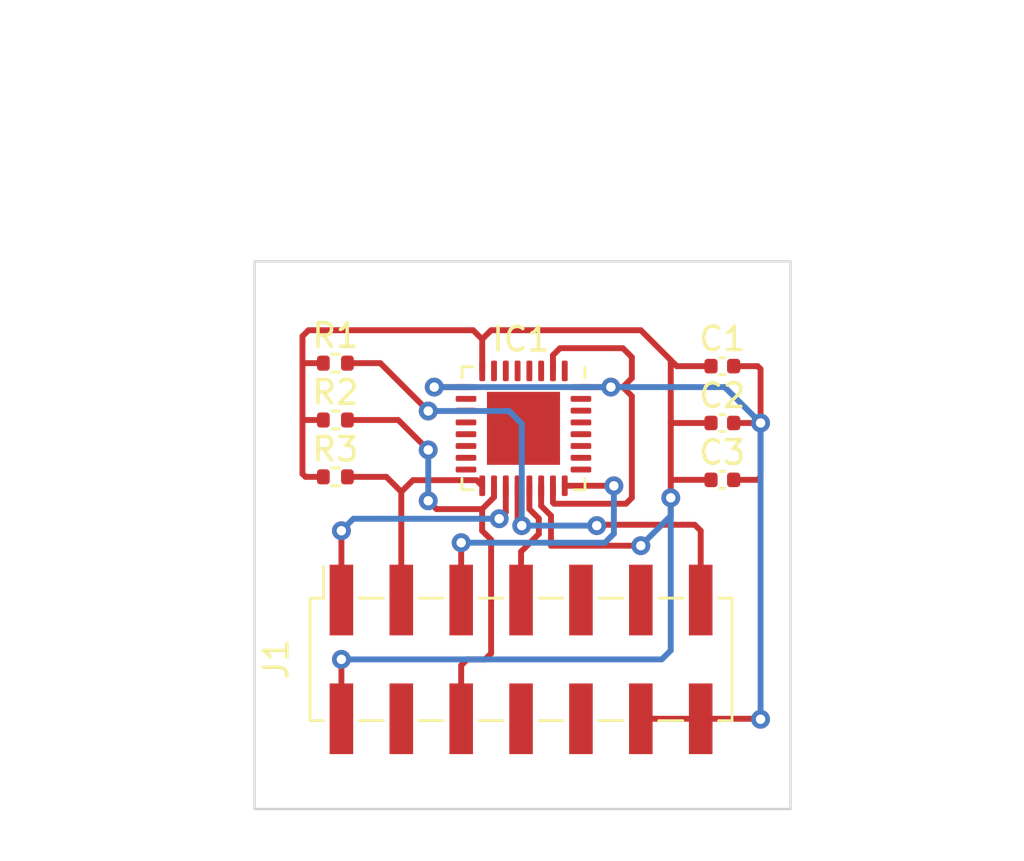
<source format=kicad_pcb>
(kicad_pcb (version 20221018) (generator pcbnew)
  (layers (0 "F.Cu" signal) (31 "B.Cu" signal) (34 "B.Paste" user) (35 "F.Paste" user) (36 "B.SilkS" user "B.Silkscreen") (37 "F.SilkS" user "F.Silkscreen") (38 "B.Mask" user) (39 "F.Mask" user) (44 "Edge.Cuts" user))
  (net 0 "")
  (net 1 "VDD")
  (net 2 "GND")
  (net 3 "RESET")
  (net 4 "IRQ")
  (net 5 "SPI_CLK")
  (net 6 "SPI_CS")
  (net 7 "SPI_MOSI")
  (net 8 "SPI_MISO")
  (footprint "Capacitor_SMD:C_0402_1005Metric" (layer "F.Cu") (at 155.9945 91.454)
    (fp_text reference "C2" (at 0 -1.16) (layer "F.SilkS"))
    (fp_text value "100n")
    (fp_line (start -0.107836 -0.36) (end 0.107836 -0.36) (stroke (width 0.12)) (layer "F.SilkS"))
    (fp_line (start -0.107836 0.36) (end 0.107836 0.36) (stroke (width 0.12)) (layer "F.SilkS"))
    (pad "1" smd roundrect (at -0.48 0) (size 0.56 0.62) (layers "F.Cu" "F.Paste" "F.Mask") (net 1 "VDD"))
    (pad "2" smd roundrect (at 0.48 0) (size 0.56 0.62) (layers "F.Cu" "F.Paste" "F.Mask") (net 2 "GND"))
  )
  (footprint "Resistor_SMD:R_0402_1005Metric" (layer "F.Cu") (at 139.5815 91.327)
    (fp_text reference "R2" (at 0 -1.17) (layer "F.SilkS"))
    (fp_text value "10k")
    (fp_line (start -0.153641 -0.38) (end 0.153641 -0.38) (stroke (width 0.12)) (layer "F.SilkS"))
    (fp_line (start -0.153641 0.38) (end 0.153641 0.38) (stroke (width 0.12)) (layer "F.SilkS"))
    (pad "1" smd roundrect (at -0.51 0) (size 0.54 0.64) (layers "F.Cu" "F.Paste" "F.Mask") (net 1 "VDD"))
    (pad "2" smd roundrect (at 0.51 0) (size 0.54 0.64) (layers "F.Cu" "F.Paste" "F.Mask") (net 4 "IRQ"))
  )
  (footprint "Connector_PinSocket_2.54mm:PinSocket_2x07_P2.54mm_Vertical_SMD" (layer "F.Cu") (at 147.4575 101.487 90)
    (fp_text reference "J1" (at 0 -10.39 90) (layer "F.SilkS"))
    (fp_text value "Conn_02x07_Odd_Even")
    (fp_line (start -2.6 -8.95) (end -2.6 -8.38) (stroke (width 0.12)) (layer "F.SilkS"))
    (fp_line (start -2.6 -8.95) (end 2.6 -8.95) (stroke (width 0.12)) (layer "F.SilkS"))
    (fp_line (start -2.6 -6.86) (end -2.6 -5.84) (stroke (width 0.12)) (layer "F.SilkS"))
    (fp_line (start -2.6 -4.32) (end -2.6 -3.3) (stroke (width 0.12)) (layer "F.SilkS"))
    (fp_line (start -2.6 -1.78) (end -2.6 -0.76) (stroke (width 0.12)) (layer "F.SilkS"))
    (fp_line (start -2.6 0.76) (end -2.6 1.78) (stroke (width 0.12)) (layer "F.SilkS"))
    (fp_line (start -2.6 3.3) (end -2.6 4.32) (stroke (width 0.12)) (layer "F.SilkS"))
    (fp_line (start -2.6 5.84) (end -2.6 6.86) (stroke (width 0.12)) (layer "F.SilkS"))
    (fp_line (start -2.6 8.38) (end -2.6 8.95) (stroke (width 0.12)) (layer "F.SilkS"))
    (fp_line (start -2.6 8.95) (end 2.6 8.95) (stroke (width 0.12)) (layer "F.SilkS"))
    (fp_line (start 2.6 -8.95) (end 2.6 -8.38) (stroke (width 0.12)) (layer "F.SilkS"))
    (fp_line (start 2.6 -8.38) (end 3.96 -8.38) (stroke (width 0.12)) (layer "F.SilkS"))
    (fp_line (start 2.6 -6.86) (end 2.6 -5.84) (stroke (width 0.12)) (layer "F.SilkS"))
    (fp_line (start 2.6 -4.32) (end 2.6 -3.3) (stroke (width 0.12)) (layer "F.SilkS"))
    (fp_line (start 2.6 -1.78) (end 2.6 -0.76) (stroke (width 0.12)) (layer "F.SilkS"))
    (fp_line (start 2.6 0.76) (end 2.6 1.78) (stroke (width 0.12)) (layer "F.SilkS"))
    (fp_line (start 2.6 3.3) (end 2.6 4.32) (stroke (width 0.12)) (layer "F.SilkS"))
    (fp_line (start 2.6 5.84) (end 2.6 6.86) (stroke (width 0.12)) (layer "F.SilkS"))
    (fp_line (start 2.6 8.38) (end 2.6 8.95) (stroke (width 0.12)) (layer "F.SilkS"))
    (pad "1" smd rect (at 2.52 -7.62 90) (size 3 1) (layers "F.Cu" "F.Paste" "F.Mask") (net 5 "SPI_CLK"))
    (pad "2" smd rect (at -2.52 -7.62 90) (size 3 1) (layers "F.Cu" "F.Paste" "F.Mask") (net 1 "VDD"))
    (pad "3" smd rect (at 2.52 -5.08 90) (size 3 1) (layers "F.Cu" "F.Paste" "F.Mask") (net 3 "RESET"))
    (pad "4" smd rect (at -2.52 -5.08 90) (size 3 1) (layers "F.Cu" "F.Paste" "F.Mask"))
    (pad "5" smd rect (at 2.52 -2.54 90) (size 3 1) (layers "F.Cu" "F.Paste" "F.Mask") (net 8 "SPI_MISO"))
    (pad "6" smd rect (at -2.52 -2.54 90) (size 3 1) (layers "F.Cu" "F.Paste" "F.Mask") (net 4 "IRQ"))
    (pad "7" smd rect (at 2.52 0 90) (size 3 1) (layers "F.Cu" "F.Paste" "F.Mask") (net 7 "SPI_MOSI"))
    (pad "8" smd rect (at -2.52 0 90) (size 3 1) (layers "F.Cu" "F.Paste" "F.Mask"))
    (pad "9" smd rect (at 2.52 2.54 90) (size 3 1) (layers "F.Cu" "F.Paste" "F.Mask"))
    (pad "10" smd rect (at -2.52 2.54 90) (size 3 1) (layers "F.Cu" "F.Paste" "F.Mask"))
    (pad "11" smd rect (at 2.52 5.08 90) (size 3 1) (layers "F.Cu" "F.Paste" "F.Mask"))
    (pad "12" smd rect (at -2.52 5.08 90) (size 3 1) (layers "F.Cu" "F.Paste" "F.Mask") (net 2 "GND"))
    (pad "13" smd rect (at 2.52 7.62 90) (size 3 1) (layers "F.Cu" "F.Paste" "F.Mask") (net 6 "SPI_CS"))
    (pad "14" smd rect (at -2.52 7.62 90) (size 3 1) (layers "F.Cu" "F.Paste" "F.Mask") (net 2 "GND"))
  )
  (footprint "Capacitor_SMD:C_0402_1005Metric" (layer "F.Cu") (at 155.9945 93.867)
    (fp_text reference "C3" (at 0 -1.16) (layer "F.SilkS"))
    (fp_text value "100n")
    (fp_line (start -0.107836 -0.36) (end 0.107836 -0.36) (stroke (width 0.12)) (layer "F.SilkS"))
    (fp_line (start -0.107836 0.36) (end 0.107836 0.36) (stroke (width 0.12)) (layer "F.SilkS"))
    (pad "1" smd roundrect (at -0.48 0) (size 0.56 0.62) (layers "F.Cu" "F.Paste" "F.Mask") (net 1 "VDD"))
    (pad "2" smd roundrect (at 0.48 0) (size 0.56 0.62) (layers "F.Cu" "F.Paste" "F.Mask") (net 2 "GND"))
  )
  (footprint "Capacitor_SMD:C_0402_1005Metric" (layer "F.Cu") (at 155.9945 89.041)
    (fp_text reference "C1" (at 0 -1.16) (layer "F.SilkS"))
    (fp_text value "1u")
    (fp_line (start -0.107836 -0.36) (end 0.107836 -0.36) (stroke (width 0.12)) (layer "F.SilkS"))
    (fp_line (start -0.107836 0.36) (end 0.107836 0.36) (stroke (width 0.12)) (layer "F.SilkS"))
    (pad "1" smd roundrect (at -0.48 0) (size 0.56 0.62) (layers "F.Cu" "F.Paste" "F.Mask") (net 1 "VDD"))
    (pad "2" smd roundrect (at 0.48 0) (size 0.56 0.62) (layers "F.Cu" "F.Paste" "F.Mask") (net 2 "GND"))
  )
  (footprint "Resistor_SMD:R_0402_1005Metric" (layer "F.Cu") (at 139.5815 93.74)
    (fp_text reference "R3" (at 0 -1.17) (layer "F.SilkS"))
    (fp_text value "10k")
    (fp_line (start -0.153641 -0.38) (end 0.153641 -0.38) (stroke (width 0.12)) (layer "F.SilkS"))
    (fp_line (start -0.153641 0.38) (end 0.153641 0.38) (stroke (width 0.12)) (layer "F.SilkS"))
    (pad "1" smd roundrect (at -0.51 0) (size 0.54 0.64) (layers "F.Cu" "F.Paste" "F.Mask") (net 1 "VDD"))
    (pad "2" smd roundrect (at 0.51 0) (size 0.54 0.64) (layers "F.Cu" "F.Paste" "F.Mask") (net 3 "RESET"))
  )
  (footprint "Package_DFN_QFN:QFN-32-1EP_5x5mm_P0.5mm_EP3.1x3.1mm" (layer "F.Cu") (at 147.56 91.68 -90)
    (fp_text reference "IC1" (at -3.782 0.1025 -180) (layer "F.SilkS"))
    (fp_text value "Infineon-SLB9670")
    (fp_line (start -2.61 2.61) (end -2.61 2.135) (stroke (width 0.12)) (layer "F.SilkS"))
    (fp_line (start -2.135 -2.61) (end -2.61 -2.61) (stroke (width 0.12)) (layer "F.SilkS"))
    (fp_line (start -2.135 2.61) (end -2.61 2.61) (stroke (width 0.12)) (layer "F.SilkS"))
    (fp_line (start 2.135 -2.61) (end 2.61 -2.61) (stroke (width 0.12)) (layer "F.SilkS"))
    (fp_line (start 2.135 2.61) (end 2.61 2.61) (stroke (width 0.12)) (layer "F.SilkS"))
    (fp_line (start 2.61 -2.61) (end 2.61 -2.135) (stroke (width 0.12)) (layer "F.SilkS"))
    (fp_line (start 2.61 2.61) (end 2.61 2.135) (stroke (width 0.12)) (layer "F.SilkS"))
    (pad "1" smd roundrect (at -2.4375 -1.75 270) (size 0.875 0.25) (layers "F.Cu" "F.Paste" "F.Mask"))
    (pad "2" smd roundrect (at -2.4375 -1.25 270) (size 0.875 0.25) (layers "F.Cu" "F.Paste" "F.Mask") (net 2 "GND"))
    (pad "3" smd roundrect (at -2.4375 -0.75 270) (size 0.875 0.25) (layers "F.Cu" "F.Paste" "F.Mask"))
    (pad "4" smd roundrect (at -2.4375 -0.25 270) (size 0.875 0.25) (layers "F.Cu" "F.Paste" "F.Mask"))
    (pad "5" smd roundrect (at -2.4375 0.25 270) (size 0.875 0.25) (layers "F.Cu" "F.Paste" "F.Mask"))
    (pad "6" smd roundrect (at -2.4375 0.75 270) (size 0.875 0.25) (layers "F.Cu" "F.Paste" "F.Mask"))
    (pad "7" smd roundrect (at -2.4375 1.25 270) (size 0.875 0.25) (layers "F.Cu" "F.Paste" "F.Mask"))
    (pad "8" smd roundrect (at -2.4375 1.75 270) (size 0.875 0.25) (layers "F.Cu" "F.Paste" "F.Mask") (net 1 "VDD"))
    (pad "9" smd roundrect (at -1.75 2.4375 270) (size 0.25 0.875) (layers "F.Cu" "F.Paste" "F.Mask") (net 2 "GND"))
    (pad "10" smd roundrect (at -1.25 2.4375 270) (size 0.25 0.875) (layers "F.Cu" "F.Paste" "F.Mask"))
    (pad "11" smd roundrect (at -0.75 2.4375 270) (size 0.25 0.875) (layers "F.Cu" "F.Paste" "F.Mask"))
    (pad "12" smd roundrect (at -0.25 2.4375 270) (size 0.25 0.875) (layers "F.Cu" "F.Paste" "F.Mask"))
    (pad "13" smd roundrect (at 0.25 2.4375 270) (size 0.25 0.875) (layers "F.Cu" "F.Paste" "F.Mask"))
    (pad "14" smd roundrect (at 0.75 2.4375 270) (size 0.25 0.875) (layers "F.Cu" "F.Paste" "F.Mask"))
    (pad "15" smd roundrect (at 1.25 2.4375 270) (size 0.25 0.875) (layers "F.Cu" "F.Paste" "F.Mask"))
    (pad "16" smd roundrect (at 1.75 2.4375 270) (size 0.25 0.875) (layers "F.Cu" "F.Paste" "F.Mask"))
    (pad "17" smd roundrect (at 2.4375 1.75 270) (size 0.875 0.25) (layers "F.Cu" "F.Paste" "F.Mask") (net 3 "RESET"))
    (pad "18" smd roundrect (at 2.4375 1.25 270) (size 0.875 0.25) (layers "F.Cu" "F.Paste" "F.Mask") (net 4 "IRQ"))
    (pad "19" smd roundrect (at 2.4375 0.75 270) (size 0.875 0.25) (layers "F.Cu" "F.Paste" "F.Mask") (net 5 "SPI_CLK"))
    (pad "20" smd roundrect (at 2.4375 0.25 270) (size 0.875 0.25) (layers "F.Cu" "F.Paste" "F.Mask") (net 6 "SPI_CS"))
    (pad "21" smd roundrect (at 2.4375 -0.25 270) (size 0.875 0.25) (layers "F.Cu" "F.Paste" "F.Mask") (net 7 "SPI_MOSI"))
    (pad "22" smd roundrect (at 2.4375 -0.75 270) (size 0.875 0.25) (layers "F.Cu" "F.Paste" "F.Mask") (net 1 "VDD"))
    (pad "23" smd roundrect (at 2.4375 -1.25 270) (size 0.875 0.25) (layers "F.Cu" "F.Paste" "F.Mask") (net 2 "GND"))
    (pad "24" smd roundrect (at 2.4375 -1.75 270) (size 0.875 0.25) (layers "F.Cu" "F.Paste" "F.Mask") (net 8 "SPI_MISO"))
    (pad "25" smd roundrect (at 1.75 -2.4375 270) (size 0.25 0.875) (layers "F.Cu" "F.Paste" "F.Mask"))
    (pad "26" smd roundrect (at 1.25 -2.4375 270) (size 0.25 0.875) (layers "F.Cu" "F.Paste" "F.Mask"))
    (pad "27" smd roundrect (at 0.75 -2.4375 270) (size 0.25 0.875) (layers "F.Cu" "F.Paste" "F.Mask"))
    (pad "28" smd roundrect (at 0.25 -2.4375 270) (size 0.25 0.875) (layers "F.Cu" "F.Paste" "F.Mask"))
    (pad "29" smd roundrect (at -0.25 -2.4375 270) (size 0.25 0.875) (layers "F.Cu" "F.Paste" "F.Mask"))
    (pad "30" smd roundrect (at -0.75 -2.4375 270) (size 0.25 0.875) (layers "F.Cu" "F.Paste" "F.Mask"))
    (pad "31" smd roundrect (at -1.25 -2.4375 270) (size 0.25 0.875) (layers "F.Cu" "F.Paste" "F.Mask"))
    (pad "32" smd roundrect (at -1.75 -2.4375 270) (size 0.25 0.875) (layers "F.Cu" "F.Paste" "F.Mask") (net 2 "GND"))
    (pad "33" smd rect (at 0 0 270) (size 3.1 3.1) (layers "F.Cu" "F.Mask"))
  )
  (footprint "Resistor_SMD:R_0402_1005Metric" (layer "F.Cu") (at 139.5815 88.914)
    (fp_text reference "R1" (at 0 -1.17) (layer "F.SilkS"))
    (fp_text value "10k")
    (fp_line (start -0.153641 -0.38) (end 0.153641 -0.38) (stroke (width 0.12)) (layer "F.SilkS"))
    (fp_line (start -0.153641 0.38) (end 0.153641 0.38) (stroke (width 0.12)) (layer "F.SilkS"))
    (pad "1" smd roundrect (at -0.51 0) (size 0.54 0.64) (layers "F.Cu" "F.Paste" "F.Mask") (net 1 "VDD"))
    (pad "2" smd roundrect (at 0.51 0) (size 0.54 0.64) (layers "F.Cu" "F.Paste" "F.Mask") (net 6 "SPI_CS"))
  )
  (gr_rect (start 136.1545 84.596) (end 158.8875 107.837) (stroke (width 0.1)) (fill none) (layer "Edge.Cuts"))
  (segment (start 138.3135 93.74) (end 139.0715 93.74) (width 0.25) (layer "F.Cu") (net 1))
  (segment (start 148.31 94.1175) (end 148.31 94.60474) (width 0.25) (layer "F.Cu") (net 1))
  (segment (start 152.5375 87.517) (end 146.1875 87.517) (width 0.25) (layer "F.Cu") (net 1))
  (segment (start 154.0615 89.041) (end 155.5145 89.041) (width 0.25) (layer "F.Cu") (net 1))
  (segment (start 148.31 94.1175) (end 148.31 94.969791) (width 0.25) (layer "F.Cu") (net 1))
  (segment (start 153.8075 91.454) (end 153.8075 88.787) (width 0.25) (layer "F.Cu") (net 1))
  (segment (start 153.8075 88.787) (end 154.0615 89.041) (width 0.25) (layer "F.Cu") (net 1))
  (segment (start 155.5145 91.454) (end 153.8075 91.454) (width 0.25) (layer "F.Cu") (net 1))
  (segment (start 148.7275 96.661) (end 152.5375 96.661) (width 0.25) (layer "F.Cu") (net 1))
  (segment (start 153.8075 94.629) (end 153.8075 93.867) (width 0.25) (layer "F.Cu") (net 1))
  (segment (start 155.5145 93.867) (end 153.8075 93.867) (width 0.25) (layer "F.Cu") (net 1))
  (segment (start 139.0715 91.327) (end 138.1865 91.327) (width 0.25) (layer "F.Cu") (net 1))
  (segment (start 145.4255 87.517) (end 138.4405 87.517) (width 0.25) (layer "F.Cu") (net 1))
  (segment (start 138.1865 93.613) (end 138.3135 93.74) (width 0.25) (layer "F.Cu") (net 1))
  (segment (start 153.8075 93.867) (end 153.8075 91.454) (width 0.25) (layer "F.Cu") (net 1))
  (segment (start 139.0715 88.914) (end 138.1865 88.914) (width 0.25) (layer "F.Cu") (net 1))
  (segment (start 145.8065 87.898) (end 145.4255 87.517) (width 0.25) (layer "F.Cu") (net 1))
  (segment (start 145.81 87.9015) (end 145.81 89.2425) (width 0.25) (layer "F.Cu") (net 1))
  (segment (start 148.7275 95.387291) (end 148.7275 96.661) (width 0.25) (layer "F.Cu") (net 1))
  (segment (start 138.1865 88.914) (end 138.1865 91.327) (width 0.25) (layer "F.Cu") (net 1))
  (segment (start 153.8075 88.787) (end 152.5375 87.517) (width 0.25) (layer "F.Cu") (net 1))
  (segment (start 145.8065 87.898) (end 145.81 87.9015) (width 0.25) (layer "F.Cu") (net 1))
  (segment (start 138.1865 91.327) (end 138.1865 93.613) (width 0.25) (layer "F.Cu") (net 1))
  (segment (start 139.8375 101.487) (end 139.8375 104.007) (width 0.25) (layer "F.Cu") (net 1))
  (segment (start 146.1875 87.517) (end 145.8065 87.898) (width 0.25) (layer "F.Cu") (net 1))
  (segment (start 138.4405 87.517) (end 138.1865 87.771) (width 0.25) (layer "F.Cu") (net 1))
  (segment (start 148.31 94.969791) (end 148.7275 95.387291) (width 0.25) (layer "F.Cu") (net 1))
  (segment (start 138.1865 87.771) (end 138.1865 88.914) (width 0.25) (layer "F.Cu") (net 1))
  (via (at 153.8075 94.629) (size 0.8) (drill 0.4) (layers "F.Cu" "B.Cu") (net 1))
  (via (at 139.8375 101.487) (size 0.8) (drill 0.4) (layers "F.Cu" "B.Cu") (net 1))
  (via (at 152.5375 96.661) (size 0.8) (drill 0.4) (layers "F.Cu" "B.Cu") (net 1))
  (segment (start 139.8375 101.487) (end 153.4265 101.487) (width 0.25) (layer "B.Cu") (net 1))
  (segment (start 153.8075 101.106) (end 153.8075 94.629) (width 0.25) (layer "B.Cu") (net 1))
  (segment (start 153.4265 101.487) (end 153.8075 101.106) (width 0.25) (layer "B.Cu") (net 1))
  (segment (start 153.8075 95.391) (end 153.8075 94.629) (width 0.25) (layer "B.Cu") (net 1))
  (segment (start 152.5375 96.661) (end 153.8075 95.391) (width 0.25) (layer "B.Cu") (net 1))
  (segment (start 157.4905 93.867) (end 156.4745 93.867) (width 0.25) (layer "F.Cu") (net 2))
  (segment (start 148.81 88.5775) (end 148.81 89.2425) (width 0.25) (layer "F.Cu") (net 2))
  (segment (start 152.5375 104.007) (end 155.0775 104.007) (width 0.25) (layer "F.Cu") (net 2))
  (segment (start 157.6175 89.168) (end 157.4905 89.041) (width 0.25) (layer "F.Cu") (net 2))
  (segment (start 152.1565 94.629) (end 152.1565 90.311) (width 0.25) (layer "F.Cu") (net 2))
  (segment (start 148.856605 94.88) (end 151.9055 94.88) (width 0.25) (layer "F.Cu") (net 2))
  (segment (start 151.9055 94.88) (end 152.1565 94.629) (width 0.25) (layer "F.Cu") (net 2))
  (segment (start 151.7755 89.93) (end 152.1565 89.549) (width 0.25) (layer "F.Cu") (net 2))
  (segment (start 143.7745 89.93) (end 145.1225 89.93) (width 0.25) (layer "F.Cu") (net 2))
  (segment (start 148.81 94.833395) (end 148.856605 94.88) (width 0.25) (layer "F.Cu") (net 2))
  (segment (start 157.6175 91.454) (end 156.4745 91.454) (width 0.25) (layer "F.Cu") (net 2))
  (segment (start 149.1085 88.279) (end 148.81 88.5775) (width 0.25) (layer "F.Cu") (net 2))
  (segment (start 151.7755 88.279) (end 149.1085 88.279) (width 0.25) (layer "F.Cu") (net 2))
  (segment (start 157.4905 89.041) (end 156.4745 89.041) (width 0.25) (layer "F.Cu") (net 2))
  (segment (start 157.6175 91.454) (end 157.6175 89.168) (width 0.25) (layer "F.Cu") (net 2))
  (segment (start 152.1565 89.549) (end 152.1565 88.66) (width 0.25) (layer "F.Cu") (net 2))
  (segment (start 152.1565 88.66) (end 151.7755 88.279) (width 0.25) (layer "F.Cu") (net 2))
  (segment (start 157.6175 104.027) (end 157.5975 104.007) (width 0.25) (layer "F.Cu") (net 2))
  (segment (start 152.1565 90.311) (end 151.7755 89.93) (width 0.25) (layer "F.Cu") (net 2))
  (segment (start 148.81 94.1175) (end 148.81 94.833395) (width 0.25) (layer "F.Cu") (net 2))
  (segment (start 149.9975 89.93) (end 151.2675 89.93) (width 0.25) (layer "F.Cu") (net 2))
  (segment (start 157.6175 91.454) (end 157.6175 93.74) (width 0.25) (layer "F.Cu") (net 2))
  (segment (start 157.5975 104.007) (end 155.0775 104.007) (width 0.25) (layer "F.Cu") (net 2))
  (segment (start 157.6175 93.74) (end 157.4905 93.867) (width 0.25) (layer "F.Cu") (net 2))
  (segment (start 151.2675 89.93) (end 151.7755 89.93) (width 0.25) (layer "F.Cu") (net 2))
  (via (at 151.2675 89.93) (size 0.8) (drill 0.4) (layers "F.Cu" "B.Cu") (net 2))
  (via (at 157.6175 91.454) (size 0.8) (drill 0.4) (layers "F.Cu" "B.Cu") (net 2))
  (via (at 143.7745 89.93) (size 0.8) (drill 0.4) (layers "F.Cu" "B.Cu") (net 2))
  (via (at 157.6175 104.027) (size 0.8) (drill 0.4) (layers "F.Cu" "B.Cu") (net 2))
  (segment (start 143.7745 89.93) (end 151.2675 89.93) (width 0.25) (layer "B.Cu") (net 2))
  (segment (start 156.0935 89.93) (end 151.2675 89.93) (width 0.25) (layer "B.Cu") (net 2))
  (segment (start 157.6175 91.454) (end 156.0935 89.93) (width 0.25) (layer "B.Cu") (net 2))
  (segment (start 157.6175 104.027) (end 157.6175 91.454) (width 0.25) (layer "B.Cu") (net 2))
  (segment (start 142.8725 93.88) (end 142.3775 94.375) (width 0.25) (layer "F.Cu") (net 3))
  (segment (start 140.0915 93.74) (end 141.7425 93.74) (width 0.25) (layer "F.Cu") (net 3))
  (segment (start 145.81 94.1175) (end 145.5725 93.88) (width 0.25) (layer "F.Cu") (net 3))
  (segment (start 145.5725 93.88) (end 142.8725 93.88) (width 0.25) (layer "F.Cu") (net 3))
  (segment (start 142.3775 98.967) (end 142.3775 94.375) (width 0.25) (layer "F.Cu") (net 3))
  (segment (start 141.7425 93.74) (end 142.3775 94.375) (width 0.25) (layer "F.Cu") (net 3))
  (segment (start 146.31 94.1175) (end 146.31 94.60474) (width 0.25) (layer "F.Cu") (net 4))
  (segment (start 146.1875 96.407) (end 146.1875 101.233) (width 0.25) (layer "F.Cu") (net 4))
  (segment (start 145.8065 95.10824) (end 145.8065 96.026) (width 0.25) (layer "F.Cu") (net 4))
  (segment (start 145.8065 96.026) (end 146.1875 96.407) (width 0.25) (layer "F.Cu") (net 4))
  (segment (start 145.8065 95.10824) (end 143.87274 95.10824) (width 0.25) (layer "F.Cu") (net 4))
  (segment (start 143.5205 92.597) (end 142.2505 91.327) (width 0.25) (layer "F.Cu") (net 4))
  (segment (start 145.9335 101.487) (end 145.1715 101.487) (width 0.25) (layer "F.Cu") (net 4))
  (segment (start 146.1875 101.233) (end 145.9335 101.487) (width 0.25) (layer "F.Cu") (net 4))
  (segment (start 145.1715 101.487) (end 144.9175 101.741) (width 0.25) (layer "F.Cu") (net 4))
  (segment (start 142.2505 91.327) (end 140.0915 91.327) (width 0.25) (layer "F.Cu") (net 4))
  (segment (start 143.87274 95.10824) (end 143.5205 94.756) (width 0.25) (layer "F.Cu") (net 4))
  (segment (start 144.9175 101.741) (end 144.9175 104.007) (width 0.25) (layer "F.Cu") (net 4))
  (segment (start 146.31 94.60474) (end 145.8065 95.10824) (width 0.25) (layer "F.Cu") (net 4))
  (via (at 143.5205 94.756) (size 0.8) (drill 0.4) (layers "F.Cu" "B.Cu") (net 4))
  (via (at 143.5205 92.597) (size 0.8) (drill 0.4) (layers "F.Cu" "B.Cu") (net 4))
  (segment (start 143.5205 94.756) (end 143.5205 92.597) (width 0.25) (layer "B.Cu") (net 4))
  (segment (start 146.81 94.1175) (end 146.81 95.2395) (width 0.25) (layer "F.Cu") (net 5))
  (segment (start 139.8375 96.026) (end 139.8375 98.967) (width 0.25) (layer "F.Cu") (net 5))
  (segment (start 146.81 95.2395) (end 146.5315 95.518) (width 0.25) (layer "F.Cu") (net 5))
  (via (at 146.5315 95.518) (size 0.8) (drill 0.4) (layers "F.Cu" "B.Cu") (net 5))
  (via (at 139.8375 96.026) (size 0.8) (drill 0.4) (layers "F.Cu" "B.Cu") (net 5))
  (segment (start 140.3455 95.518) (end 139.8375 96.026) (width 0.25) (layer "B.Cu") (net 5))
  (segment (start 141.3615 95.518) (end 140.3455 95.518) (width 0.25) (layer "B.Cu") (net 5))
  (segment (start 146.5315 95.518) (end 141.3615 95.518) (width 0.25) (layer "B.Cu") (net 5))
  (segment (start 140.0915 88.914) (end 141.4885 88.914) (width 0.25) (layer "F.Cu") (net 6))
  (segment (start 147.31 94.1175) (end 147.31 95.631492) (width 0.25) (layer "F.Cu") (net 6))
  (segment (start 150.7065 95.772) (end 154.8235 95.772) (width 0.25) (layer "F.Cu") (net 6))
  (segment (start 147.31 95.631492) (end 147.487508 95.809) (width 0.25) (layer "F.Cu") (net 6))
  (segment (start 154.8235 95.772) (end 155.0775 96.026) (width 0.25) (layer "F.Cu") (net 6))
  (segment (start 155.0775 96.026) (end 155.0775 98.967) (width 0.25) (layer "F.Cu") (net 6))
  (segment (start 150.6695 95.809) (end 150.7065 95.772) (width 0.25) (layer "F.Cu") (net 6))
  (segment (start 141.4885 88.914) (end 143.5205 90.946) (width 0.25) (layer "F.Cu") (net 6))
  (via (at 147.487508 95.809) (size 0.8) (drill 0.4) (layers "F.Cu" "B.Cu") (net 6))
  (via (at 143.5205 90.946) (size 0.8) (drill 0.4) (layers "F.Cu" "B.Cu") (net 6))
  (via (at 150.6695 95.809) (size 0.8) (drill 0.4) (layers "F.Cu" "B.Cu") (net 6))
  (segment (start 146.9495 90.946) (end 143.5205 90.946) (width 0.25) (layer "B.Cu") (net 6))
  (segment (start 147.487508 91.484008) (end 146.9495 90.946) (width 0.25) (layer "B.Cu") (net 6))
  (segment (start 147.487508 95.809) (end 147.487508 91.484008) (width 0.25) (layer "B.Cu") (net 6))
  (segment (start 147.487508 95.809) (end 150.6695 95.809) (width 0.25) (layer "B.Cu") (net 6))
  (segment (start 147.81 95.106187) (end 148.212508 95.508695) (width 0.25) (layer "F.Cu") (net 7))
  (segment (start 147.4575 96.915) (end 147.4575 98.967) (width 0.25) (layer "F.Cu") (net 7))
  (segment (start 147.81 94.1175) (end 147.81 95.106187) (width 0.25) (layer "F.Cu") (net 7))
  (segment (start 148.212508 95.508695) (end 148.212508 96.159992) (width 0.25) (layer "F.Cu") (net 7))
  (segment (start 148.212508 96.159992) (end 147.4575 96.915) (width 0.25) (layer "F.Cu") (net 7))
  (segment (start 144.9175 96.534) (end 144.9175 98.967) (width 0.25) (layer "F.Cu") (net 8))
  (segment (start 151.391 94.1175) (end 151.3945 94.121) (width 0.25) (layer "F.Cu") (net 8))
  (segment (start 149.31 94.1175) (end 151.391 94.1175) (width 0.25) (layer "F.Cu") (net 8))
  (via (at 151.3945 94.121) (size 0.8) (drill 0.4) (layers "F.Cu" "B.Cu") (net 8))
  (via (at 144.9175 96.534) (size 0.8) (drill 0.4) (layers "F.Cu" "B.Cu") (net 8))
  (segment (start 151.0135 96.534) (end 144.9175 96.534) (width 0.25) (layer "B.Cu") (net 8))
  (segment (start 151.3945 94.121) (end 151.3945 96.153) (width 0.25) (layer "B.Cu") (net 8))
  (segment (start 151.3945 96.153) (end 151.0135 96.534) (width 0.25) (layer "B.Cu") (net 8))
)
</source>
